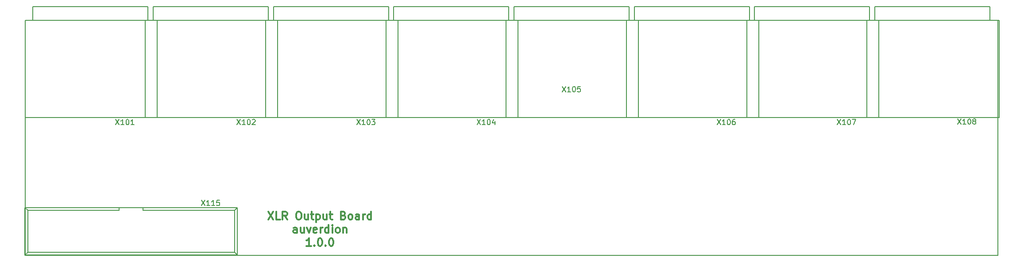
<source format=gto>
G04 #@! TF.GenerationSoftware,KiCad,Pcbnew,(5.1.0-0)*
G04 #@! TF.CreationDate,2019-11-06T10:25:11+01:00*
G04 #@! TF.ProjectId,AddOnD,4164644f-6e44-42e6-9b69-6361645f7063,rev?*
G04 #@! TF.SameCoordinates,Original*
G04 #@! TF.FileFunction,Legend,Top*
G04 #@! TF.FilePolarity,Positive*
%FSLAX46Y46*%
G04 Gerber Fmt 4.6, Leading zero omitted, Abs format (unit mm)*
G04 Created by KiCad (PCBNEW (5.1.0-0)) date 2019-11-06 10:25:11*
%MOMM*%
%LPD*%
G04 APERTURE LIST*
%ADD10C,0.300000*%
%ADD11C,0.150000*%
G04 APERTURE END LIST*
D10*
X53971428Y53371428D02*
X54971428Y51871428D01*
X54971428Y53371428D02*
X53971428Y51871428D01*
X56257142Y51871428D02*
X55542857Y51871428D01*
X55542857Y53371428D01*
X57614285Y51871428D02*
X57114285Y52585714D01*
X56757142Y51871428D02*
X56757142Y53371428D01*
X57328571Y53371428D01*
X57471428Y53300000D01*
X57542857Y53228571D01*
X57614285Y53085714D01*
X57614285Y52871428D01*
X57542857Y52728571D01*
X57471428Y52657142D01*
X57328571Y52585714D01*
X56757142Y52585714D01*
X59685714Y53371428D02*
X59971428Y53371428D01*
X60114285Y53300000D01*
X60257142Y53157142D01*
X60328571Y52871428D01*
X60328571Y52371428D01*
X60257142Y52085714D01*
X60114285Y51942857D01*
X59971428Y51871428D01*
X59685714Y51871428D01*
X59542857Y51942857D01*
X59400000Y52085714D01*
X59328571Y52371428D01*
X59328571Y52871428D01*
X59400000Y53157142D01*
X59542857Y53300000D01*
X59685714Y53371428D01*
X61614285Y52871428D02*
X61614285Y51871428D01*
X60971428Y52871428D02*
X60971428Y52085714D01*
X61042857Y51942857D01*
X61185714Y51871428D01*
X61400000Y51871428D01*
X61542857Y51942857D01*
X61614285Y52014285D01*
X62114285Y52871428D02*
X62685714Y52871428D01*
X62328571Y53371428D02*
X62328571Y52085714D01*
X62400000Y51942857D01*
X62542857Y51871428D01*
X62685714Y51871428D01*
X63185714Y52871428D02*
X63185714Y51371428D01*
X63185714Y52800000D02*
X63328571Y52871428D01*
X63614285Y52871428D01*
X63757142Y52800000D01*
X63828571Y52728571D01*
X63900000Y52585714D01*
X63900000Y52157142D01*
X63828571Y52014285D01*
X63757142Y51942857D01*
X63614285Y51871428D01*
X63328571Y51871428D01*
X63185714Y51942857D01*
X65185714Y52871428D02*
X65185714Y51871428D01*
X64542857Y52871428D02*
X64542857Y52085714D01*
X64614285Y51942857D01*
X64757142Y51871428D01*
X64971428Y51871428D01*
X65114285Y51942857D01*
X65185714Y52014285D01*
X65685714Y52871428D02*
X66257142Y52871428D01*
X65900000Y53371428D02*
X65900000Y52085714D01*
X65971428Y51942857D01*
X66114285Y51871428D01*
X66257142Y51871428D01*
X68400000Y52657142D02*
X68614285Y52585714D01*
X68685714Y52514285D01*
X68757142Y52371428D01*
X68757142Y52157142D01*
X68685714Y52014285D01*
X68614285Y51942857D01*
X68471428Y51871428D01*
X67900000Y51871428D01*
X67900000Y53371428D01*
X68400000Y53371428D01*
X68542857Y53300000D01*
X68614285Y53228571D01*
X68685714Y53085714D01*
X68685714Y52942857D01*
X68614285Y52800000D01*
X68542857Y52728571D01*
X68400000Y52657142D01*
X67900000Y52657142D01*
X69614285Y51871428D02*
X69471428Y51942857D01*
X69400000Y52014285D01*
X69328571Y52157142D01*
X69328571Y52585714D01*
X69400000Y52728571D01*
X69471428Y52800000D01*
X69614285Y52871428D01*
X69828571Y52871428D01*
X69971428Y52800000D01*
X70042857Y52728571D01*
X70114285Y52585714D01*
X70114285Y52157142D01*
X70042857Y52014285D01*
X69971428Y51942857D01*
X69828571Y51871428D01*
X69614285Y51871428D01*
X71400000Y51871428D02*
X71400000Y52657142D01*
X71328571Y52800000D01*
X71185714Y52871428D01*
X70900000Y52871428D01*
X70757142Y52800000D01*
X71400000Y51942857D02*
X71257142Y51871428D01*
X70900000Y51871428D01*
X70757142Y51942857D01*
X70685714Y52085714D01*
X70685714Y52228571D01*
X70757142Y52371428D01*
X70900000Y52442857D01*
X71257142Y52442857D01*
X71400000Y52514285D01*
X72114285Y51871428D02*
X72114285Y52871428D01*
X72114285Y52585714D02*
X72185714Y52728571D01*
X72257142Y52800000D01*
X72400000Y52871428D01*
X72542857Y52871428D01*
X73685714Y51871428D02*
X73685714Y53371428D01*
X73685714Y51942857D02*
X73542857Y51871428D01*
X73257142Y51871428D01*
X73114285Y51942857D01*
X73042857Y52014285D01*
X72971428Y52157142D01*
X72971428Y52585714D01*
X73042857Y52728571D01*
X73114285Y52800000D01*
X73257142Y52871428D01*
X73542857Y52871428D01*
X73685714Y52800000D01*
X59471428Y49321428D02*
X59471428Y50107142D01*
X59399999Y50250000D01*
X59257142Y50321428D01*
X58971428Y50321428D01*
X58828571Y50250000D01*
X59471428Y49392857D02*
X59328571Y49321428D01*
X58971428Y49321428D01*
X58828571Y49392857D01*
X58757142Y49535714D01*
X58757142Y49678571D01*
X58828571Y49821428D01*
X58971428Y49892857D01*
X59328571Y49892857D01*
X59471428Y49964285D01*
X60828571Y50321428D02*
X60828571Y49321428D01*
X60185714Y50321428D02*
X60185714Y49535714D01*
X60257142Y49392857D01*
X60399999Y49321428D01*
X60614285Y49321428D01*
X60757142Y49392857D01*
X60828571Y49464285D01*
X61399999Y50321428D02*
X61757142Y49321428D01*
X62114285Y50321428D01*
X63257142Y49392857D02*
X63114285Y49321428D01*
X62828571Y49321428D01*
X62685714Y49392857D01*
X62614285Y49535714D01*
X62614285Y50107142D01*
X62685714Y50250000D01*
X62828571Y50321428D01*
X63114285Y50321428D01*
X63257142Y50250000D01*
X63328571Y50107142D01*
X63328571Y49964285D01*
X62614285Y49821428D01*
X63971428Y49321428D02*
X63971428Y50321428D01*
X63971428Y50035714D02*
X64042857Y50178571D01*
X64114285Y50250000D01*
X64257142Y50321428D01*
X64399999Y50321428D01*
X65542857Y49321428D02*
X65542857Y50821428D01*
X65542857Y49392857D02*
X65399999Y49321428D01*
X65114285Y49321428D01*
X64971428Y49392857D01*
X64899999Y49464285D01*
X64828571Y49607142D01*
X64828571Y50035714D01*
X64899999Y50178571D01*
X64971428Y50250000D01*
X65114285Y50321428D01*
X65399999Y50321428D01*
X65542857Y50250000D01*
X66257142Y49321428D02*
X66257142Y50321428D01*
X66257142Y50821428D02*
X66185714Y50750000D01*
X66257142Y50678571D01*
X66328571Y50750000D01*
X66257142Y50821428D01*
X66257142Y50678571D01*
X67185714Y49321428D02*
X67042857Y49392857D01*
X66971428Y49464285D01*
X66900000Y49607142D01*
X66900000Y50035714D01*
X66971428Y50178571D01*
X67042857Y50250000D01*
X67185714Y50321428D01*
X67400000Y50321428D01*
X67542857Y50250000D01*
X67614285Y50178571D01*
X67685714Y50035714D01*
X67685714Y49607142D01*
X67614285Y49464285D01*
X67542857Y49392857D01*
X67400000Y49321428D01*
X67185714Y49321428D01*
X68328571Y50321428D02*
X68328571Y49321428D01*
X68328571Y50178571D02*
X68400000Y50250000D01*
X68542857Y50321428D01*
X68757142Y50321428D01*
X68900000Y50250000D01*
X68971428Y50107142D01*
X68971428Y49321428D01*
X62185714Y46771428D02*
X61328571Y46771428D01*
X61757142Y46771428D02*
X61757142Y48271428D01*
X61614285Y48057142D01*
X61471428Y47914285D01*
X61328571Y47842857D01*
X62828571Y46914285D02*
X62900000Y46842857D01*
X62828571Y46771428D01*
X62757142Y46842857D01*
X62828571Y46914285D01*
X62828571Y46771428D01*
X63828571Y48271428D02*
X63971428Y48271428D01*
X64114285Y48200000D01*
X64185714Y48128571D01*
X64257142Y47985714D01*
X64328571Y47700000D01*
X64328571Y47342857D01*
X64257142Y47057142D01*
X64185714Y46914285D01*
X64114285Y46842857D01*
X63971428Y46771428D01*
X63828571Y46771428D01*
X63685714Y46842857D01*
X63614285Y46914285D01*
X63542857Y47057142D01*
X63471428Y47342857D01*
X63471428Y47700000D01*
X63542857Y47985714D01*
X63614285Y48128571D01*
X63685714Y48200000D01*
X63828571Y48271428D01*
X64971428Y46914285D02*
X65042857Y46842857D01*
X64971428Y46771428D01*
X64900000Y46842857D01*
X64971428Y46914285D01*
X64971428Y46771428D01*
X65971428Y48271428D02*
X66114285Y48271428D01*
X66257142Y48200000D01*
X66328571Y48128571D01*
X66400000Y47985714D01*
X66471428Y47700000D01*
X66471428Y47342857D01*
X66400000Y47057142D01*
X66328571Y46914285D01*
X66257142Y46842857D01*
X66114285Y46771428D01*
X65971428Y46771428D01*
X65828571Y46842857D01*
X65757142Y46914285D01*
X65685714Y47057142D01*
X65614285Y47342857D01*
X65614285Y47700000D01*
X65685714Y47985714D01*
X65757142Y48128571D01*
X65828571Y48200000D01*
X65971428Y48271428D01*
D11*
X7500000Y45000000D02*
X7500000Y90000000D01*
X193500000Y45000000D02*
X7500000Y45000000D01*
X193500000Y90000000D02*
X193500000Y45000000D01*
X7500000Y90000000D02*
X193500000Y90000000D01*
X7500000Y90000000D02*
X7500000Y71400000D01*
X7500000Y71400000D02*
X32800000Y71400000D01*
X32800000Y71400000D02*
X32800000Y90000000D01*
X32800000Y90000000D02*
X7500000Y90000000D01*
X9000000Y90000000D02*
X9000000Y92700000D01*
X9000000Y92700000D02*
X31000000Y92700000D01*
X31000000Y92700000D02*
X31000000Y90000000D01*
X30500000Y90000000D02*
X30500000Y71400000D01*
X30500000Y71400000D02*
X55800000Y71400000D01*
X55800000Y71400000D02*
X55800000Y90000000D01*
X55800000Y90000000D02*
X30500000Y90000000D01*
X32000000Y90000000D02*
X32000000Y92700000D01*
X32000000Y92700000D02*
X54000000Y92700000D01*
X54000000Y92700000D02*
X54000000Y90000000D01*
X53500000Y90000000D02*
X53500000Y71400000D01*
X53500000Y71400000D02*
X78800000Y71400000D01*
X78800000Y71400000D02*
X78800000Y90000000D01*
X78800000Y90000000D02*
X53500000Y90000000D01*
X55000000Y90000000D02*
X55000000Y92700000D01*
X55000000Y92700000D02*
X77000000Y92700000D01*
X77000000Y92700000D02*
X77000000Y90000000D01*
X76500000Y90000000D02*
X76500000Y71400000D01*
X76500000Y71400000D02*
X101800000Y71400000D01*
X101800000Y71400000D02*
X101800000Y90000000D01*
X101800000Y90000000D02*
X76500000Y90000000D01*
X78000000Y90000000D02*
X78000000Y92700000D01*
X78000000Y92700000D02*
X100000000Y92700000D01*
X100000000Y92700000D02*
X100000000Y90000000D01*
X99500000Y90000000D02*
X99500000Y71400000D01*
X99500000Y71400000D02*
X124800000Y71400000D01*
X124800000Y71400000D02*
X124800000Y90000000D01*
X124800000Y90000000D02*
X99500000Y90000000D01*
X101000000Y90000000D02*
X101000000Y92700000D01*
X101000000Y92700000D02*
X123000000Y92700000D01*
X123000000Y92700000D02*
X123000000Y90000000D01*
X122500000Y90000000D02*
X122500000Y71400000D01*
X122500000Y71400000D02*
X147800000Y71400000D01*
X147800000Y71400000D02*
X147800000Y90000000D01*
X147800000Y90000000D02*
X122500000Y90000000D01*
X124000000Y90000000D02*
X124000000Y92700000D01*
X124000000Y92700000D02*
X146000000Y92700000D01*
X146000000Y92700000D02*
X146000000Y90000000D01*
X145500000Y90000000D02*
X145500000Y71400000D01*
X145500000Y71400000D02*
X170800000Y71400000D01*
X170800000Y71400000D02*
X170800000Y90000000D01*
X170800000Y90000000D02*
X145500000Y90000000D01*
X147000000Y90000000D02*
X147000000Y92700000D01*
X147000000Y92700000D02*
X169000000Y92700000D01*
X169000000Y92700000D02*
X169000000Y90000000D01*
X168500000Y90000000D02*
X168500000Y71400000D01*
X168500000Y71400000D02*
X193800000Y71400000D01*
X193800000Y71400000D02*
X193800000Y90000000D01*
X193800000Y90000000D02*
X168500000Y90000000D01*
X170000000Y90000000D02*
X170000000Y92700000D01*
X170000000Y92700000D02*
X192000000Y92700000D01*
X192000000Y92700000D02*
X192000000Y90000000D01*
X48080000Y45080000D02*
X7440000Y45080000D01*
X47540000Y45630000D02*
X8000000Y45630000D01*
X48080000Y54180000D02*
X7440000Y54180000D01*
X47540000Y53630000D02*
X30010000Y53630000D01*
X25510000Y53630000D02*
X8000000Y53630000D01*
X30010000Y53630000D02*
X30010000Y54180000D01*
X25510000Y53630000D02*
X25510000Y54180000D01*
X48080000Y45080000D02*
X48080000Y54180000D01*
X47540000Y45630000D02*
X47540000Y53630000D01*
X7440000Y45080000D02*
X7440000Y54180000D01*
X8000000Y45630000D02*
X8000000Y53630000D01*
X48080000Y45080000D02*
X47540000Y45630000D01*
X7440000Y45080000D02*
X8000000Y45630000D01*
X48080000Y54180000D02*
X47540000Y53630000D01*
X7440000Y54180000D02*
X8000000Y53630000D01*
X24838095Y71047619D02*
X25504761Y70047619D01*
X25504761Y71047619D02*
X24838095Y70047619D01*
X26409523Y70047619D02*
X25838095Y70047619D01*
X26123809Y70047619D02*
X26123809Y71047619D01*
X26028571Y70904761D01*
X25933333Y70809523D01*
X25838095Y70761904D01*
X27028571Y71047619D02*
X27123809Y71047619D01*
X27219047Y71000000D01*
X27266666Y70952380D01*
X27314285Y70857142D01*
X27361904Y70666666D01*
X27361904Y70428571D01*
X27314285Y70238095D01*
X27266666Y70142857D01*
X27219047Y70095238D01*
X27123809Y70047619D01*
X27028571Y70047619D01*
X26933333Y70095238D01*
X26885714Y70142857D01*
X26838095Y70238095D01*
X26790476Y70428571D01*
X26790476Y70666666D01*
X26838095Y70857142D01*
X26885714Y70952380D01*
X26933333Y71000000D01*
X27028571Y71047619D01*
X28314285Y70047619D02*
X27742857Y70047619D01*
X28028571Y70047619D02*
X28028571Y71047619D01*
X27933333Y70904761D01*
X27838095Y70809523D01*
X27742857Y70761904D01*
X48038095Y71047619D02*
X48704761Y70047619D01*
X48704761Y71047619D02*
X48038095Y70047619D01*
X49609523Y70047619D02*
X49038095Y70047619D01*
X49323809Y70047619D02*
X49323809Y71047619D01*
X49228571Y70904761D01*
X49133333Y70809523D01*
X49038095Y70761904D01*
X50228571Y71047619D02*
X50323809Y71047619D01*
X50419047Y71000000D01*
X50466666Y70952380D01*
X50514285Y70857142D01*
X50561904Y70666666D01*
X50561904Y70428571D01*
X50514285Y70238095D01*
X50466666Y70142857D01*
X50419047Y70095238D01*
X50323809Y70047619D01*
X50228571Y70047619D01*
X50133333Y70095238D01*
X50085714Y70142857D01*
X50038095Y70238095D01*
X49990476Y70428571D01*
X49990476Y70666666D01*
X50038095Y70857142D01*
X50085714Y70952380D01*
X50133333Y71000000D01*
X50228571Y71047619D01*
X50942857Y70952380D02*
X50990476Y71000000D01*
X51085714Y71047619D01*
X51323809Y71047619D01*
X51419047Y71000000D01*
X51466666Y70952380D01*
X51514285Y70857142D01*
X51514285Y70761904D01*
X51466666Y70619047D01*
X50895238Y70047619D01*
X51514285Y70047619D01*
X70938095Y71047619D02*
X71604761Y70047619D01*
X71604761Y71047619D02*
X70938095Y70047619D01*
X72509523Y70047619D02*
X71938095Y70047619D01*
X72223809Y70047619D02*
X72223809Y71047619D01*
X72128571Y70904761D01*
X72033333Y70809523D01*
X71938095Y70761904D01*
X73128571Y71047619D02*
X73223809Y71047619D01*
X73319047Y71000000D01*
X73366666Y70952380D01*
X73414285Y70857142D01*
X73461904Y70666666D01*
X73461904Y70428571D01*
X73414285Y70238095D01*
X73366666Y70142857D01*
X73319047Y70095238D01*
X73223809Y70047619D01*
X73128571Y70047619D01*
X73033333Y70095238D01*
X72985714Y70142857D01*
X72938095Y70238095D01*
X72890476Y70428571D01*
X72890476Y70666666D01*
X72938095Y70857142D01*
X72985714Y70952380D01*
X73033333Y71000000D01*
X73128571Y71047619D01*
X73795238Y71047619D02*
X74414285Y71047619D01*
X74080952Y70666666D01*
X74223809Y70666666D01*
X74319047Y70619047D01*
X74366666Y70571428D01*
X74414285Y70476190D01*
X74414285Y70238095D01*
X74366666Y70142857D01*
X74319047Y70095238D01*
X74223809Y70047619D01*
X73938095Y70047619D01*
X73842857Y70095238D01*
X73795238Y70142857D01*
X93938095Y71047619D02*
X94604761Y70047619D01*
X94604761Y71047619D02*
X93938095Y70047619D01*
X95509523Y70047619D02*
X94938095Y70047619D01*
X95223809Y70047619D02*
X95223809Y71047619D01*
X95128571Y70904761D01*
X95033333Y70809523D01*
X94938095Y70761904D01*
X96128571Y71047619D02*
X96223809Y71047619D01*
X96319047Y71000000D01*
X96366666Y70952380D01*
X96414285Y70857142D01*
X96461904Y70666666D01*
X96461904Y70428571D01*
X96414285Y70238095D01*
X96366666Y70142857D01*
X96319047Y70095238D01*
X96223809Y70047619D01*
X96128571Y70047619D01*
X96033333Y70095238D01*
X95985714Y70142857D01*
X95938095Y70238095D01*
X95890476Y70428571D01*
X95890476Y70666666D01*
X95938095Y70857142D01*
X95985714Y70952380D01*
X96033333Y71000000D01*
X96128571Y71047619D01*
X97319047Y70714285D02*
X97319047Y70047619D01*
X97080952Y71095238D02*
X96842857Y70380952D01*
X97461904Y70380952D01*
X110238095Y77347619D02*
X110904761Y76347619D01*
X110904761Y77347619D02*
X110238095Y76347619D01*
X111809523Y76347619D02*
X111238095Y76347619D01*
X111523809Y76347619D02*
X111523809Y77347619D01*
X111428571Y77204761D01*
X111333333Y77109523D01*
X111238095Y77061904D01*
X112428571Y77347619D02*
X112523809Y77347619D01*
X112619047Y77300000D01*
X112666666Y77252380D01*
X112714285Y77157142D01*
X112761904Y76966666D01*
X112761904Y76728571D01*
X112714285Y76538095D01*
X112666666Y76442857D01*
X112619047Y76395238D01*
X112523809Y76347619D01*
X112428571Y76347619D01*
X112333333Y76395238D01*
X112285714Y76442857D01*
X112238095Y76538095D01*
X112190476Y76728571D01*
X112190476Y76966666D01*
X112238095Y77157142D01*
X112285714Y77252380D01*
X112333333Y77300000D01*
X112428571Y77347619D01*
X113666666Y77347619D02*
X113190476Y77347619D01*
X113142857Y76871428D01*
X113190476Y76919047D01*
X113285714Y76966666D01*
X113523809Y76966666D01*
X113619047Y76919047D01*
X113666666Y76871428D01*
X113714285Y76776190D01*
X113714285Y76538095D01*
X113666666Y76442857D01*
X113619047Y76395238D01*
X113523809Y76347619D01*
X113285714Y76347619D01*
X113190476Y76395238D01*
X113142857Y76442857D01*
X139838095Y71047619D02*
X140504761Y70047619D01*
X140504761Y71047619D02*
X139838095Y70047619D01*
X141409523Y70047619D02*
X140838095Y70047619D01*
X141123809Y70047619D02*
X141123809Y71047619D01*
X141028571Y70904761D01*
X140933333Y70809523D01*
X140838095Y70761904D01*
X142028571Y71047619D02*
X142123809Y71047619D01*
X142219047Y71000000D01*
X142266666Y70952380D01*
X142314285Y70857142D01*
X142361904Y70666666D01*
X142361904Y70428571D01*
X142314285Y70238095D01*
X142266666Y70142857D01*
X142219047Y70095238D01*
X142123809Y70047619D01*
X142028571Y70047619D01*
X141933333Y70095238D01*
X141885714Y70142857D01*
X141838095Y70238095D01*
X141790476Y70428571D01*
X141790476Y70666666D01*
X141838095Y70857142D01*
X141885714Y70952380D01*
X141933333Y71000000D01*
X142028571Y71047619D01*
X143219047Y71047619D02*
X143028571Y71047619D01*
X142933333Y71000000D01*
X142885714Y70952380D01*
X142790476Y70809523D01*
X142742857Y70619047D01*
X142742857Y70238095D01*
X142790476Y70142857D01*
X142838095Y70095238D01*
X142933333Y70047619D01*
X143123809Y70047619D01*
X143219047Y70095238D01*
X143266666Y70142857D01*
X143314285Y70238095D01*
X143314285Y70476190D01*
X143266666Y70571428D01*
X143219047Y70619047D01*
X143123809Y70666666D01*
X142933333Y70666666D01*
X142838095Y70619047D01*
X142790476Y70571428D01*
X142742857Y70476190D01*
X162838095Y71047619D02*
X163504761Y70047619D01*
X163504761Y71047619D02*
X162838095Y70047619D01*
X164409523Y70047619D02*
X163838095Y70047619D01*
X164123809Y70047619D02*
X164123809Y71047619D01*
X164028571Y70904761D01*
X163933333Y70809523D01*
X163838095Y70761904D01*
X165028571Y71047619D02*
X165123809Y71047619D01*
X165219047Y71000000D01*
X165266666Y70952380D01*
X165314285Y70857142D01*
X165361904Y70666666D01*
X165361904Y70428571D01*
X165314285Y70238095D01*
X165266666Y70142857D01*
X165219047Y70095238D01*
X165123809Y70047619D01*
X165028571Y70047619D01*
X164933333Y70095238D01*
X164885714Y70142857D01*
X164838095Y70238095D01*
X164790476Y70428571D01*
X164790476Y70666666D01*
X164838095Y70857142D01*
X164885714Y70952380D01*
X164933333Y71000000D01*
X165028571Y71047619D01*
X165695238Y71047619D02*
X166361904Y71047619D01*
X165933333Y70047619D01*
X185838095Y71147619D02*
X186504761Y70147619D01*
X186504761Y71147619D02*
X185838095Y70147619D01*
X187409523Y70147619D02*
X186838095Y70147619D01*
X187123809Y70147619D02*
X187123809Y71147619D01*
X187028571Y71004761D01*
X186933333Y70909523D01*
X186838095Y70861904D01*
X188028571Y71147619D02*
X188123809Y71147619D01*
X188219047Y71100000D01*
X188266666Y71052380D01*
X188314285Y70957142D01*
X188361904Y70766666D01*
X188361904Y70528571D01*
X188314285Y70338095D01*
X188266666Y70242857D01*
X188219047Y70195238D01*
X188123809Y70147619D01*
X188028571Y70147619D01*
X187933333Y70195238D01*
X187885714Y70242857D01*
X187838095Y70338095D01*
X187790476Y70528571D01*
X187790476Y70766666D01*
X187838095Y70957142D01*
X187885714Y71052380D01*
X187933333Y71100000D01*
X188028571Y71147619D01*
X188933333Y70719047D02*
X188838095Y70766666D01*
X188790476Y70814285D01*
X188742857Y70909523D01*
X188742857Y70957142D01*
X188790476Y71052380D01*
X188838095Y71100000D01*
X188933333Y71147619D01*
X189123809Y71147619D01*
X189219047Y71100000D01*
X189266666Y71052380D01*
X189314285Y70957142D01*
X189314285Y70909523D01*
X189266666Y70814285D01*
X189219047Y70766666D01*
X189123809Y70719047D01*
X188933333Y70719047D01*
X188838095Y70671428D01*
X188790476Y70623809D01*
X188742857Y70528571D01*
X188742857Y70338095D01*
X188790476Y70242857D01*
X188838095Y70195238D01*
X188933333Y70147619D01*
X189123809Y70147619D01*
X189219047Y70195238D01*
X189266666Y70242857D01*
X189314285Y70338095D01*
X189314285Y70528571D01*
X189266666Y70623809D01*
X189219047Y70671428D01*
X189123809Y70719047D01*
X41238095Y55547619D02*
X41904761Y54547619D01*
X41904761Y55547619D02*
X41238095Y54547619D01*
X42809523Y54547619D02*
X42238095Y54547619D01*
X42523809Y54547619D02*
X42523809Y55547619D01*
X42428571Y55404761D01*
X42333333Y55309523D01*
X42238095Y55261904D01*
X43761904Y54547619D02*
X43190476Y54547619D01*
X43476190Y54547619D02*
X43476190Y55547619D01*
X43380952Y55404761D01*
X43285714Y55309523D01*
X43190476Y55261904D01*
X44666666Y55547619D02*
X44190476Y55547619D01*
X44142857Y55071428D01*
X44190476Y55119047D01*
X44285714Y55166666D01*
X44523809Y55166666D01*
X44619047Y55119047D01*
X44666666Y55071428D01*
X44714285Y54976190D01*
X44714285Y54738095D01*
X44666666Y54642857D01*
X44619047Y54595238D01*
X44523809Y54547619D01*
X44285714Y54547619D01*
X44190476Y54595238D01*
X44142857Y54642857D01*
M02*

</source>
